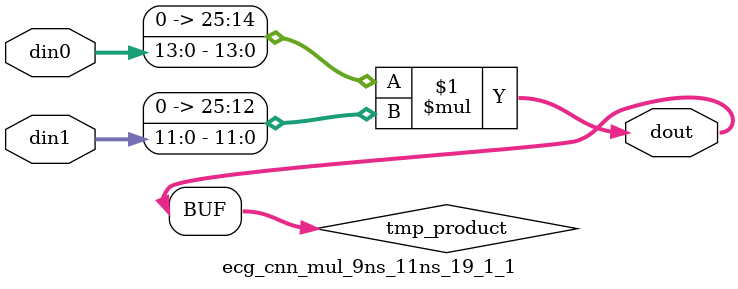
<source format=v>

`timescale 1 ns / 1 ps

 module ecg_cnn_mul_9ns_11ns_19_1_1(din0, din1, dout);
parameter ID = 1;
parameter NUM_STAGE = 0;
parameter din0_WIDTH = 14;
parameter din1_WIDTH = 12;
parameter dout_WIDTH = 26;

input [din0_WIDTH - 1 : 0] din0; 
input [din1_WIDTH - 1 : 0] din1; 
output [dout_WIDTH - 1 : 0] dout;

wire signed [dout_WIDTH - 1 : 0] tmp_product;
























assign tmp_product = $signed({1'b0, din0}) * $signed({1'b0, din1});











assign dout = tmp_product;





















endmodule

</source>
